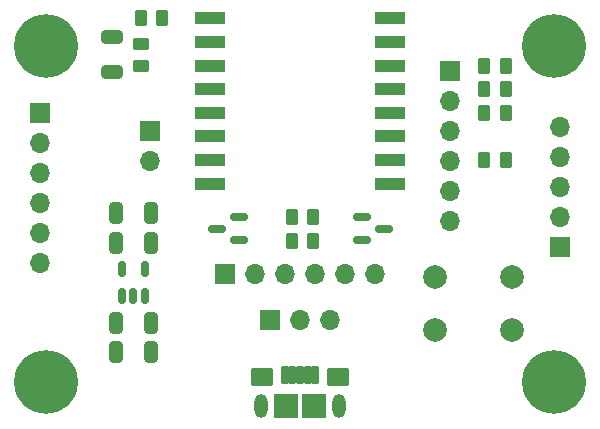
<source format=gbr>
%TF.GenerationSoftware,KiCad,Pcbnew,7.0.8*%
%TF.CreationDate,2023-12-05T19:13:38+00:00*%
%TF.ProjectId,multisensor,6d756c74-6973-4656-9e73-6f722e6b6963,rev?*%
%TF.SameCoordinates,Original*%
%TF.FileFunction,Soldermask,Top*%
%TF.FilePolarity,Negative*%
%FSLAX46Y46*%
G04 Gerber Fmt 4.6, Leading zero omitted, Abs format (unit mm)*
G04 Created by KiCad (PCBNEW 7.0.8) date 2023-12-05 19:13:38*
%MOMM*%
%LPD*%
G01*
G04 APERTURE LIST*
G04 Aperture macros list*
%AMRoundRect*
0 Rectangle with rounded corners*
0 $1 Rounding radius*
0 $2 $3 $4 $5 $6 $7 $8 $9 X,Y pos of 4 corners*
0 Add a 4 corners polygon primitive as box body*
4,1,4,$2,$3,$4,$5,$6,$7,$8,$9,$2,$3,0*
0 Add four circle primitives for the rounded corners*
1,1,$1+$1,$2,$3*
1,1,$1+$1,$4,$5*
1,1,$1+$1,$6,$7*
1,1,$1+$1,$8,$9*
0 Add four rect primitives between the rounded corners*
20,1,$1+$1,$2,$3,$4,$5,0*
20,1,$1+$1,$4,$5,$6,$7,0*
20,1,$1+$1,$6,$7,$8,$9,0*
20,1,$1+$1,$8,$9,$2,$3,0*%
G04 Aperture macros list end*
%ADD10RoundRect,0.150000X-0.587500X-0.150000X0.587500X-0.150000X0.587500X0.150000X-0.587500X0.150000X0*%
%ADD11R,2.500000X1.000000*%
%ADD12RoundRect,0.250000X0.262500X0.450000X-0.262500X0.450000X-0.262500X-0.450000X0.262500X-0.450000X0*%
%ADD13RoundRect,0.150000X0.587500X0.150000X-0.587500X0.150000X-0.587500X-0.150000X0.587500X-0.150000X0*%
%ADD14RoundRect,0.250000X0.650000X-0.325000X0.650000X0.325000X-0.650000X0.325000X-0.650000X-0.325000X0*%
%ADD15C,5.400000*%
%ADD16RoundRect,0.250000X0.325000X0.650000X-0.325000X0.650000X-0.325000X-0.650000X0.325000X-0.650000X0*%
%ADD17RoundRect,0.250000X-0.450000X0.262500X-0.450000X-0.262500X0.450000X-0.262500X0.450000X0.262500X0*%
%ADD18R,1.700000X1.700000*%
%ADD19O,1.700000X1.700000*%
%ADD20RoundRect,0.250000X-0.262500X-0.450000X0.262500X-0.450000X0.262500X0.450000X-0.262500X0.450000X0*%
%ADD21RoundRect,0.150000X0.150000X-0.512500X0.150000X0.512500X-0.150000X0.512500X-0.150000X-0.512500X0*%
%ADD22C,2.000000*%
%ADD23RoundRect,0.102000X-0.200000X-0.675000X0.200000X-0.675000X0.200000X0.675000X-0.200000X0.675000X0*%
%ADD24RoundRect,0.102000X-0.800000X-0.700000X0.800000X-0.700000X0.800000X0.700000X-0.800000X0.700000X0*%
%ADD25RoundRect,0.102000X-0.950000X-0.950000X0.950000X-0.950000X0.950000X0.950000X-0.950000X0.950000X0*%
%ADD26O,1.104000X2.004000*%
G04 APERTURE END LIST*
D10*
%TO.C,Q1*%
X158600000Y-105933750D03*
X158600000Y-107833750D03*
X160475000Y-106883750D03*
%TD*%
D11*
%TO.C,U1*%
X145775000Y-89075000D03*
X145775000Y-91075000D03*
X145775000Y-93075000D03*
X145775000Y-95075000D03*
X145775000Y-97075000D03*
X145775000Y-99075000D03*
X145775000Y-101075000D03*
X145775000Y-103075000D03*
X160975000Y-103075000D03*
X160975000Y-101075000D03*
X160975000Y-99075000D03*
X160975000Y-97075000D03*
X160975000Y-95075000D03*
X160975000Y-93075000D03*
X160975000Y-91075000D03*
X160975000Y-89075000D03*
%TD*%
D12*
%TO.C,R8*%
X170775000Y-93075000D03*
X168950000Y-93075000D03*
%TD*%
D13*
%TO.C,Q2*%
X148172500Y-107833750D03*
X148172500Y-105933750D03*
X146297500Y-106883750D03*
%TD*%
D14*
%TO.C,C5*%
X137462500Y-93637500D03*
X137462500Y-90687500D03*
%TD*%
D15*
%TO.C,REF\u002A\u002A*%
X131875000Y-119875000D03*
%TD*%
D16*
%TO.C,C1*%
X140725000Y-117365100D03*
X137775000Y-117365100D03*
%TD*%
D17*
%TO.C,R3*%
X139862500Y-91250000D03*
X139862500Y-93075000D03*
%TD*%
D18*
%TO.C,J6*%
X175375000Y-108475000D03*
D19*
X175375000Y-105935000D03*
X175375000Y-103395000D03*
X175375000Y-100855000D03*
X175375000Y-98315000D03*
%TD*%
D15*
%TO.C,REF\u002A\u002A*%
X131875000Y-91375000D03*
%TD*%
D12*
%TO.C,R2*%
X154475000Y-105880833D03*
X152650000Y-105880833D03*
%TD*%
D18*
%TO.C,J5*%
X131375000Y-97050000D03*
D19*
X131375000Y-99590000D03*
X131375000Y-102130000D03*
X131375000Y-104670000D03*
X131375000Y-107210000D03*
X131375000Y-109750000D03*
%TD*%
D20*
%TO.C,R4*%
X139862500Y-89075000D03*
X141687500Y-89075000D03*
%TD*%
D16*
%TO.C,C3*%
X140725000Y-108065100D03*
X137775000Y-108065100D03*
%TD*%
D15*
%TO.C,REF\u002A\u002A*%
X174875000Y-119875000D03*
%TD*%
D16*
%TO.C,C2*%
X140725000Y-114865100D03*
X137775000Y-114865100D03*
%TD*%
D15*
%TO.C,REF\u002A\u002A*%
X174875000Y-91375000D03*
%TD*%
D18*
%TO.C,J1*%
X147050000Y-110692500D03*
D19*
X149590000Y-110692500D03*
X152130000Y-110692500D03*
X154670000Y-110692500D03*
X157210000Y-110692500D03*
X159750000Y-110692500D03*
%TD*%
D20*
%TO.C,R1*%
X152650000Y-107886666D03*
X154475000Y-107886666D03*
%TD*%
D21*
%TO.C,U2*%
X138300000Y-112602600D03*
X139250000Y-112602600D03*
X140200000Y-112602600D03*
X140200000Y-110327600D03*
X138300000Y-110327600D03*
%TD*%
D22*
%TO.C,SW1*%
X171275000Y-115475000D03*
X164775000Y-115475000D03*
X171275000Y-110975000D03*
X164775000Y-110975000D03*
%TD*%
D20*
%TO.C,R5*%
X168950000Y-101075000D03*
X170775000Y-101075000D03*
%TD*%
D12*
%TO.C,R7*%
X170775000Y-95075000D03*
X168950000Y-95075000D03*
%TD*%
D23*
%TO.C,J7*%
X152075000Y-119250000D03*
X152725000Y-119250000D03*
X153375000Y-119250000D03*
X154025000Y-119250000D03*
X154675000Y-119250000D03*
D24*
X150175000Y-119475000D03*
X156575000Y-119475000D03*
D25*
X154575000Y-121925000D03*
X152175000Y-121925000D03*
D26*
X150075000Y-121925000D03*
X156675000Y-121925000D03*
%TD*%
D16*
%TO.C,C4*%
X140725000Y-105565100D03*
X137775000Y-105565100D03*
%TD*%
D12*
%TO.C,R6*%
X170775000Y-97075000D03*
X168950000Y-97075000D03*
%TD*%
D18*
%TO.C,J4*%
X150835000Y-114595000D03*
D19*
X153375000Y-114595000D03*
X155915000Y-114595000D03*
%TD*%
D18*
%TO.C,J3*%
X140675000Y-98615000D03*
D19*
X140675000Y-101155000D03*
%TD*%
D18*
%TO.C,J2*%
X166075000Y-93540000D03*
D19*
X166075000Y-96080000D03*
X166075000Y-98620000D03*
X166075000Y-101160000D03*
X166075000Y-103700000D03*
X166075000Y-106240000D03*
%TD*%
M02*

</source>
